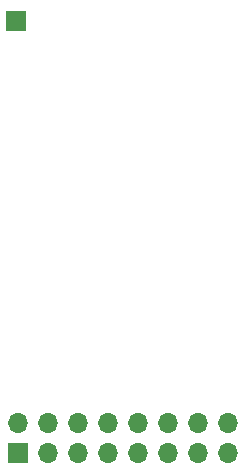
<source format=gbs>
G04 #@! TF.GenerationSoftware,KiCad,Pcbnew,7.0.1-0*
G04 #@! TF.CreationDate,2024-02-17T19:13:57+01:00*
G04 #@! TF.ProjectId,parallel_trail,70617261-6c6c-4656-9c5f-747261696c2e,rev?*
G04 #@! TF.SameCoordinates,Original*
G04 #@! TF.FileFunction,Soldermask,Bot*
G04 #@! TF.FilePolarity,Negative*
%FSLAX46Y46*%
G04 Gerber Fmt 4.6, Leading zero omitted, Abs format (unit mm)*
G04 Created by KiCad (PCBNEW 7.0.1-0) date 2024-02-17 19:13:57*
%MOMM*%
%LPD*%
G01*
G04 APERTURE LIST*
%ADD10O,1.700000X1.700000*%
%ADD11R,1.700000X1.700000*%
G04 APERTURE END LIST*
D10*
X97504800Y-116581200D03*
X97504800Y-119121200D03*
X94964800Y-116581200D03*
X94964800Y-119121200D03*
X92424800Y-116581200D03*
X92424800Y-119121200D03*
X89884800Y-116581200D03*
X89884800Y-119121200D03*
X87344800Y-116581200D03*
X87344800Y-119121200D03*
X84804800Y-116581200D03*
X84804800Y-119121200D03*
X82264800Y-116581200D03*
X82264800Y-119121200D03*
X79724800Y-116581200D03*
D11*
X79724800Y-119121200D03*
X79502000Y-82550000D03*
M02*

</source>
